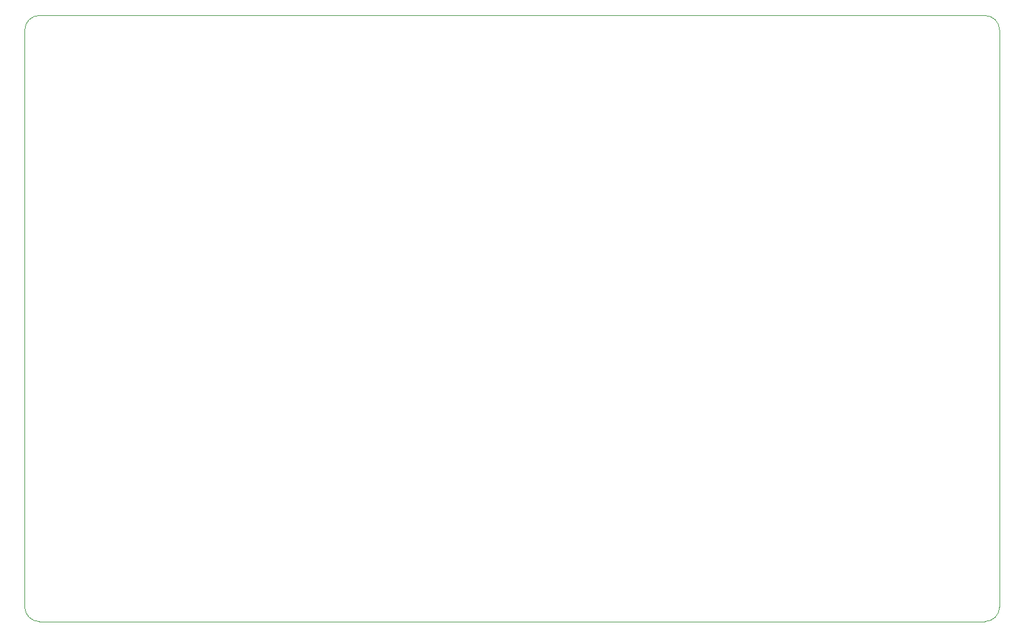
<source format=gbr>
%TF.GenerationSoftware,KiCad,Pcbnew,(6.0.7)*%
%TF.CreationDate,2025-08-04T23:03:26+08:00*%
%TF.ProjectId,stepper_with_TMC2209_controller_board_V1,73746570-7065-4725-9f77-6974685f544d,rev?*%
%TF.SameCoordinates,PX496ed40PY848f8c0*%
%TF.FileFunction,Profile,NP*%
%FSLAX46Y46*%
G04 Gerber Fmt 4.6, Leading zero omitted, Abs format (unit mm)*
G04 Created by KiCad (PCBNEW (6.0.7)) date 2025-08-04 23:03:26*
%MOMM*%
%LPD*%
G01*
G04 APERTURE LIST*
%TA.AperFunction,Profile*%
%ADD10C,0.100000*%
%TD*%
G04 APERTURE END LIST*
D10*
X135000000Y77000000D02*
G75*
G03*
X133000000Y79000000I-2000000J0D01*
G01*
X133000000Y79000000D02*
X2000000Y79000000D01*
X0Y-3000000D02*
G75*
G03*
X2000000Y-5000000I2000000J0D01*
G01*
X135000000Y77000000D02*
X135000000Y-3000000D01*
X2000000Y79000000D02*
G75*
G03*
X0Y77000000I0J-2000000D01*
G01*
X133000000Y-5000000D02*
G75*
G03*
X135000000Y-3000000I0J2000000D01*
G01*
X133000000Y-5000000D02*
X2000000Y-5000000D01*
X0Y77000000D02*
X0Y-3000000D01*
M02*

</source>
